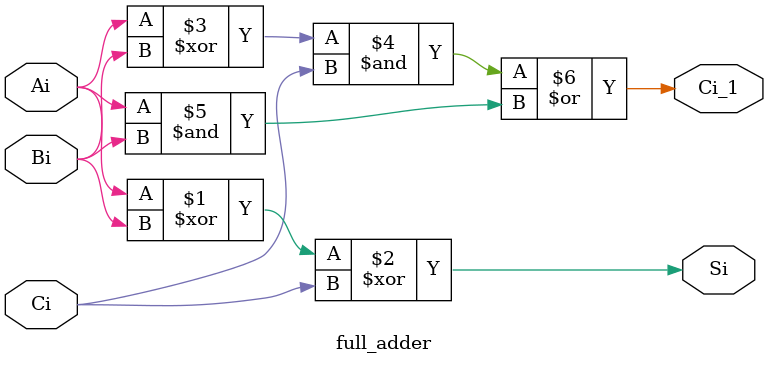
<source format=v>
`timescale 1ns / 1ps


module full_adder(
    input Ai,
    input Bi,
    input Ci,
    output Si,
    output Ci_1
    );
    assign Si = (Ai^Bi)^Ci;
    assign Ci_1 = ((Ai^Bi)&Ci)|(Ai&Bi);
endmodule
</source>
